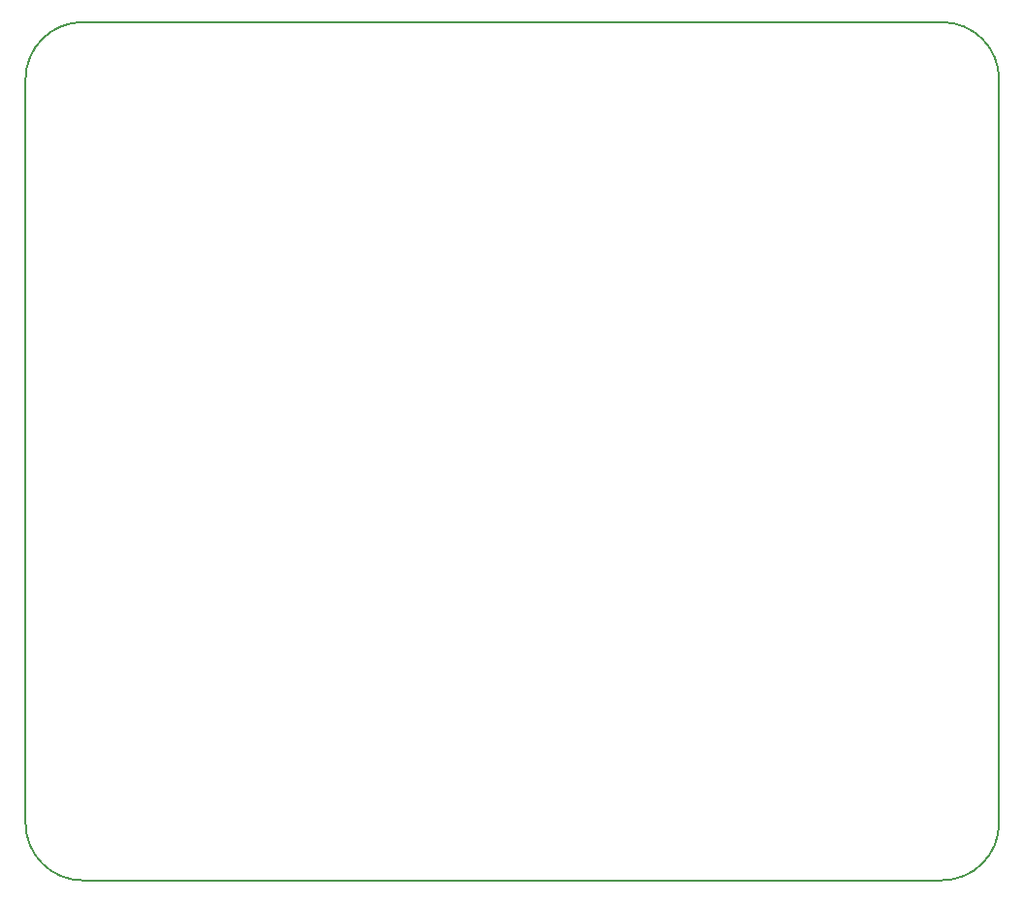
<source format=gbr>
%TF.GenerationSoftware,KiCad,Pcbnew,8.0.1*%
%TF.CreationDate,2024-08-10T23:24:58+09:00*%
%TF.ProjectId,master,6d617374-6572-42e6-9b69-6361645f7063,rev?*%
%TF.SameCoordinates,Original*%
%TF.FileFunction,Profile,NP*%
%FSLAX46Y46*%
G04 Gerber Fmt 4.6, Leading zero omitted, Abs format (unit mm)*
G04 Created by KiCad (PCBNEW 8.0.1) date 2024-08-10 23:24:58*
%MOMM*%
%LPD*%
G01*
G04 APERTURE LIST*
%TA.AperFunction,Profile*%
%ADD10C,0.200000*%
%TD*%
G04 APERTURE END LIST*
D10*
X-68660000Y57703000D02*
X-68660000Y-7297000D01*
X-63660000Y-12297000D02*
G75*
G02*
X-68660000Y-7297000I0J5000000D01*
G01*
X16340000Y-7297000D02*
X16340000Y57703000D01*
X16340000Y-7297000D02*
G75*
G02*
X11340000Y-12297000I-5000000J0D01*
G01*
X11340000Y62703000D02*
G75*
G02*
X16340000Y57703000I0J-5000000D01*
G01*
X-68660000Y57703000D02*
G75*
G02*
X-63660000Y62703000I5000000J0D01*
G01*
X-63660000Y-12297000D02*
X11340000Y-12297000D01*
X11340000Y62703000D02*
X-63660000Y62703000D01*
M02*

</source>
